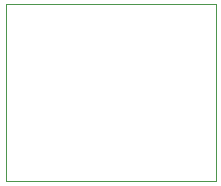
<source format=gbr>
%TF.GenerationSoftware,KiCad,Pcbnew,9.0.1+dfsg-1*%
%TF.CreationDate,2025-05-01T10:56:31+02:00*%
%TF.ProjectId,audio-jack,61756469-6f2d-46a6-9163-6b2e6b696361,rev?*%
%TF.SameCoordinates,Original*%
%TF.FileFunction,Profile,NP*%
%FSLAX46Y46*%
G04 Gerber Fmt 4.6, Leading zero omitted, Abs format (unit mm)*
G04 Created by KiCad (PCBNEW 9.0.1+dfsg-1) date 2025-05-01 10:56:31*
%MOMM*%
%LPD*%
G01*
G04 APERTURE LIST*
%TA.AperFunction,Profile*%
%ADD10C,0.050000*%
%TD*%
G04 APERTURE END LIST*
D10*
%TO.C,M1*%
X38380000Y-29300000D02*
X56160000Y-29300000D01*
X38380000Y-44300000D02*
X38380000Y-29300000D01*
X38380000Y-44300000D02*
X56160000Y-44300000D01*
X56160000Y-44300000D02*
X56160000Y-29300000D01*
%TD*%
M02*

</source>
